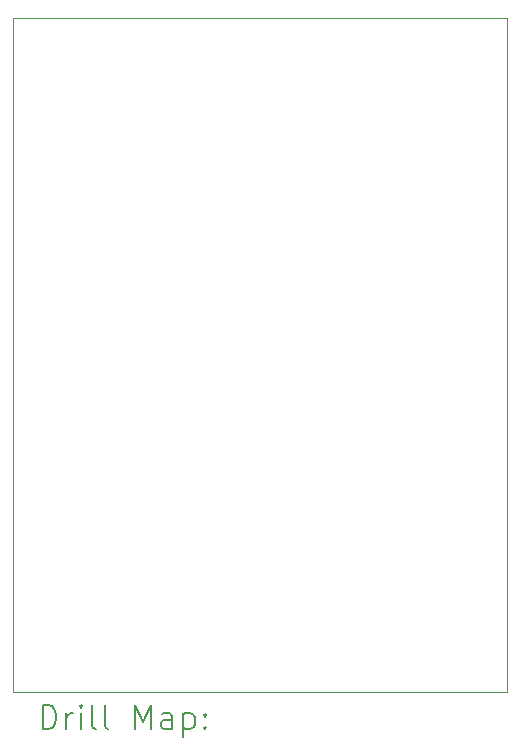
<source format=gbr>
%FSLAX45Y45*%
G04 Gerber Fmt 4.5, Leading zero omitted, Abs format (unit mm)*
G04 Created by KiCad (PCBNEW (6.0.2)) date 2022-07-21 18:21:14*
%MOMM*%
%LPD*%
G01*
G04 APERTURE LIST*
%TA.AperFunction,Profile*%
%ADD10C,0.100000*%
%TD*%
%ADD11C,0.200000*%
G04 APERTURE END LIST*
D10*
X13530000Y-11460000D02*
X17710000Y-11460000D01*
X17710000Y-11460000D02*
X17710000Y-5760000D01*
X17710000Y-5760000D02*
X13530000Y-5760000D01*
X13530000Y-5760000D02*
X13530000Y-11460000D01*
D11*
X13782619Y-11775476D02*
X13782619Y-11575476D01*
X13830238Y-11575476D01*
X13858809Y-11585000D01*
X13877857Y-11604048D01*
X13887381Y-11623095D01*
X13896905Y-11661190D01*
X13896905Y-11689762D01*
X13887381Y-11727857D01*
X13877857Y-11746905D01*
X13858809Y-11765952D01*
X13830238Y-11775476D01*
X13782619Y-11775476D01*
X13982619Y-11775476D02*
X13982619Y-11642143D01*
X13982619Y-11680238D02*
X13992143Y-11661190D01*
X14001667Y-11651667D01*
X14020714Y-11642143D01*
X14039762Y-11642143D01*
X14106428Y-11775476D02*
X14106428Y-11642143D01*
X14106428Y-11575476D02*
X14096905Y-11585000D01*
X14106428Y-11594524D01*
X14115952Y-11585000D01*
X14106428Y-11575476D01*
X14106428Y-11594524D01*
X14230238Y-11775476D02*
X14211190Y-11765952D01*
X14201667Y-11746905D01*
X14201667Y-11575476D01*
X14335000Y-11775476D02*
X14315952Y-11765952D01*
X14306428Y-11746905D01*
X14306428Y-11575476D01*
X14563571Y-11775476D02*
X14563571Y-11575476D01*
X14630238Y-11718333D01*
X14696905Y-11575476D01*
X14696905Y-11775476D01*
X14877857Y-11775476D02*
X14877857Y-11670714D01*
X14868333Y-11651667D01*
X14849286Y-11642143D01*
X14811190Y-11642143D01*
X14792143Y-11651667D01*
X14877857Y-11765952D02*
X14858809Y-11775476D01*
X14811190Y-11775476D01*
X14792143Y-11765952D01*
X14782619Y-11746905D01*
X14782619Y-11727857D01*
X14792143Y-11708809D01*
X14811190Y-11699286D01*
X14858809Y-11699286D01*
X14877857Y-11689762D01*
X14973095Y-11642143D02*
X14973095Y-11842143D01*
X14973095Y-11651667D02*
X14992143Y-11642143D01*
X15030238Y-11642143D01*
X15049286Y-11651667D01*
X15058809Y-11661190D01*
X15068333Y-11680238D01*
X15068333Y-11737381D01*
X15058809Y-11756428D01*
X15049286Y-11765952D01*
X15030238Y-11775476D01*
X14992143Y-11775476D01*
X14973095Y-11765952D01*
X15154048Y-11756428D02*
X15163571Y-11765952D01*
X15154048Y-11775476D01*
X15144524Y-11765952D01*
X15154048Y-11756428D01*
X15154048Y-11775476D01*
X15154048Y-11651667D02*
X15163571Y-11661190D01*
X15154048Y-11670714D01*
X15144524Y-11661190D01*
X15154048Y-11651667D01*
X15154048Y-11670714D01*
M02*

</source>
